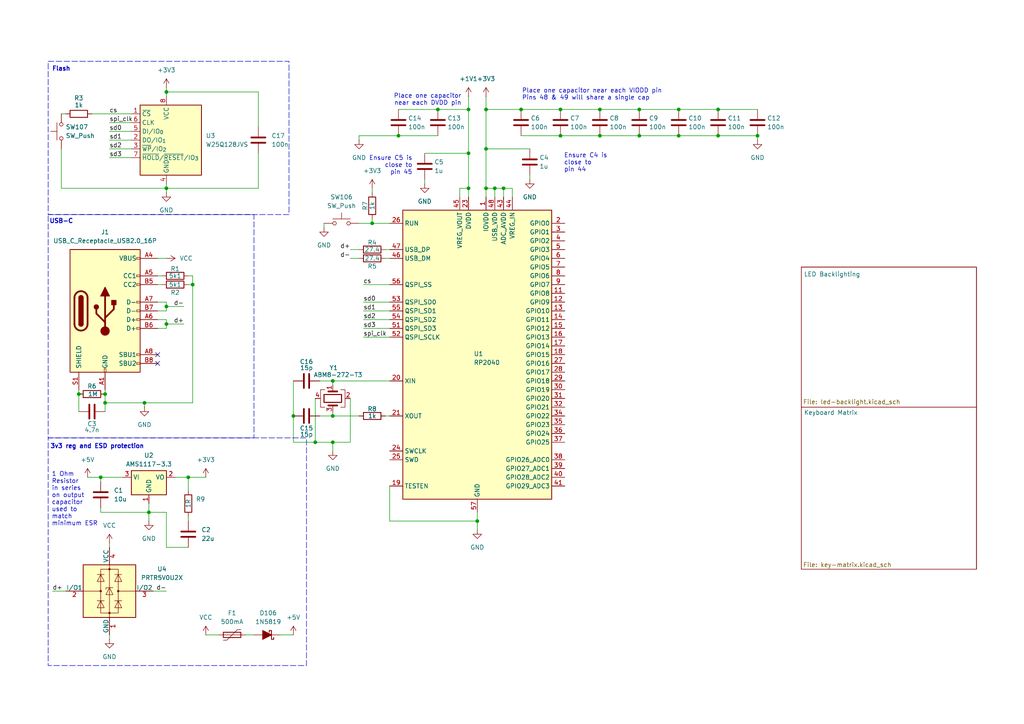
<source format=kicad_sch>
(kicad_sch (version 20250114) (generator "eeschema") (generator_version "9.0")
  (paper "A4")
  (lib_symbols
    (symbol "Connector:USB_C_Receptacle_USB2.0_16P" (pin_names (offset 1.016))
      (property "Reference" "J" (at 0 22.225 0))
      (property "Value" "USB_C_Receptacle_USB2.0_16P" (at 0 19.685 0))
      (symbol "USB_C_Receptacle_USB2.0_16P_0_0"
        (rectangle (start -0.254 -17.78) (end 0.254 -16.764))
        (rectangle (start 10.16 15.494) (end 9.144 14.986))
        (rectangle (start 10.16 10.414) (end 9.144 9.906))
        (rectangle (start 10.16 7.874) (end 9.144 7.366))
        (rectangle (start 10.16 2.794) (end 9.144 2.286))
        (rectangle (start 10.16 0.254) (end 9.144 -0.254))
        (rectangle (start 10.16 -2.286) (end 9.144 -2.794))
        (rectangle (start 10.16 -4.826) (end 9.144 -5.334))
        (rectangle (start 10.16 -12.446) (end 9.144 -12.954))
        (rectangle (start 10.16 -14.986) (end 9.144 -15.494))
      )
      (symbol "USB_C_Receptacle_USB2.0_16P_0_1"
        (rectangle (start -10.16 17.78) (end 10.16 -17.78) (stroke (width 0.254)) (fill (type background)))
        (polyline (pts (xy -8.89 -3.81) (xy -8.89 3.81)) (stroke (width 0.508)))
        (rectangle (start -7.62 -3.81) (end -6.35 3.81) (stroke (width 0.254)) (fill (type outline)))
        (arc (start -7.62 3.81) (mid -6.985 4.4423) (end -6.35 3.81) (stroke (width 0.254)))
        (arc (start -7.62 3.81) (mid -6.985 4.4423) (end -6.35 3.81) (stroke (width 0.254)) (fill (type outline)))
        (arc (start -8.89 3.81) (mid -6.985 5.7067) (end -5.08 3.81) (stroke (width 0.508)))
        (arc (start -5.08 -3.81) (mid -6.985 -5.7067) (end -8.89 -3.81) (stroke (width 0.508)))
        (arc (start -6.35 -3.81) (mid -6.985 -4.4423) (end -7.62 -3.81) (stroke (width 0.254)))
        (arc (start -6.35 -3.81) (mid -6.985 -4.4423) (end -7.62 -3.81) (stroke (width 0.254)) (fill (type outline)))
        (polyline (pts (xy -5.08 3.81) (xy -5.08 -3.81)) (stroke (width 0.508)))
        (circle (center -2.54 1.143) (radius 0.635) (stroke (width 0.254)) (fill (type outline)))
        (polyline (pts (xy -1.27 4.318) (xy 0 6.858) (xy 1.27 4.318) (xy -1.27 4.318)) (stroke (width 0.254)) (fill (type outline)))
        (polyline (pts (xy 0 -2.032) (xy 2.54 0.508) (xy 2.54 1.778)) (stroke (width 0.508)))
        (polyline (pts (xy 0 -3.302) (xy -2.54 -0.762) (xy -2.54 0.508)) (stroke (width 0.508)))
        (polyline (pts (xy 0 -5.842) (xy 0 4.318)) (stroke (width 0.508)))
        (circle (center 0 -5.842) (radius 1.27) (fill (type outline)))
        (rectangle (start 1.905 1.778) (end 3.175 3.048) (stroke (width 0.254)) (fill (type outline)))
      )
      (symbol "USB_C_Receptacle_USB2.0_16P_1_1"
        (pin passive line (at -7.62 -22.86 90) (length 5.08) (name "SHIELD") (number "S1"))
        (pin passive line (at 0 -22.86 90) (length 5.08) (name "GND") (number "A1"))
        (pin passive line (at 0 -22.86 90) (length 5.08) (hide yes) (name "GND") (number "A12"))
        (pin passive line (at 0 -22.86 90) (length 5.08) (hide yes) (name "GND") (number "B1"))
        (pin passive line (at 0 -22.86 90) (length 5.08) (hide yes) (name "GND") (number "B12"))
        (pin passive line (at 15.24 15.24 180) (length 5.08) (name "VBUS") (number "A4"))
        (pin passive line (at 15.24 15.24 180) (length 5.08) (hide yes) (name "VBUS") (number "A9"))
        (pin passive line (at 15.24 15.24 180) (length 5.08) (hide yes) (name "VBUS") (number "B4"))
        (pin passive line (at 15.24 15.24 180) (length 5.08) (hide yes) (name "VBUS") (number "B9"))
        (pin bidirectional line (at 15.24 10.16 180) (length 5.08) (name "CC1") (number "A5"))
        (pin bidirectional line (at 15.24 7.62 180) (length 5.08) (name "CC2") (number "B5"))
        (pin bidirectional line (at 15.24 2.54 180) (length 5.08) (name "D-") (number "A7"))
        (pin bidirectional line (at 15.24 0 180) (length 5.08) (name "D-") (number "B7"))
        (pin bidirectional line (at 15.24 -2.54 180) (length 5.08) (name "D+") (number "A6"))
        (pin bidirectional line (at 15.24 -5.08 180) (length 5.08) (name "D+") (number "B6"))
        (pin bidirectional line (at 15.24 -12.7 180) (length 5.08) (name "SBU1") (number "A8"))
        (pin bidirectional line (at 15.24 -15.24 180) (length 5.08) (name "SBU2") (number "B8"))
      )
    )
    (symbol "Device:C" (pin_numbers (hide yes)) (pin_names (offset 0.254))
      (property "Reference" "C" (at 0.635 2.54 0))
      (property "Value" "C" (at 0.635 -2.54 0))
      (symbol "C_0_1"
        (polyline (pts (xy -2.032 0.762) (xy 2.032 0.762)) (stroke (width 0.508)))
        (polyline (pts (xy -2.032 -0.762) (xy 2.032 -0.762)) (stroke (width 0.508)))
      )
      (symbol "C_1_1"
        (pin passive line (at 0 3.81 270) (length 2.794) (name "~") (number "1"))
        (pin passive line (at 0 -3.81 90) (length 2.794) (name "~") (number "2"))
      )
    )
    (symbol "Device:Crystal_GND24" (pin_names (offset 1.016) (hide yes))
      (property "Reference" "Y" (at 3.175 5.08 0))
      (property "Value" "Crystal_GND24" (at 3.175 3.175 0))
      (symbol "Crystal_GND24_0_1"
        (polyline (pts (xy -2.54 2.286) (xy -2.54 3.556) (xy 2.54 3.556) (xy 2.54 2.286)))
        (polyline (pts (xy -2.54 0) (xy -2.032 0)))
        (polyline (pts (xy -2.54 -2.286) (xy -2.54 -3.556) (xy 2.54 -3.556) (xy 2.54 -2.286)))
        (polyline (pts (xy -2.032 -1.27) (xy -2.032 1.27)) (stroke (width 0.508)))
        (rectangle (start -1.143 2.54) (end 1.143 -2.54) (stroke (width 0.3048)))
        (polyline (pts (xy 0 3.556) (xy 0 3.81)))
        (polyline (pts (xy 0 -3.81) (xy 0 -3.556)))
        (polyline (pts (xy 2.032 0) (xy 2.54 0)))
        (polyline (pts (xy 2.032 -1.27) (xy 2.032 1.27)) (stroke (width 0.508)))
      )
      (symbol "Crystal_GND24_1_1"
        (pin passive line (at -3.81 0 0) (length 1.27) (name "1") (number "1"))
        (pin passive line (at 0 5.08 270) (length 1.27) (name "2") (number "2"))
        (pin passive line (at 0 -5.08 90) (length 1.27) (name "4") (number "4"))
        (pin passive line (at 3.81 0 180) (length 1.27) (name "3") (number "3"))
      )
    )
    (symbol "Device:Polyfuse" (pin_numbers (hide yes)) (pin_names (offset 0))
      (property "Reference" "F" (at -2.54 0 90))
      (property "Value" "Polyfuse" (at 2.54 0 90))
      (symbol "Polyfuse_0_1"
        (polyline (pts (xy -1.524 2.54) (xy -1.524 1.524) (xy 1.524 -1.524) (xy 1.524 -2.54)))
        (rectangle (start -0.762 2.54) (end 0.762 -2.54) (stroke (width 0.254)))
        (polyline (pts (xy 0 2.54) (xy 0 -2.54)))
      )
      (symbol "Polyfuse_1_1"
        (pin passive line (at 0 3.81 270) (length 1.27) (name "~") (number "1"))
        (pin passive line (at 0 -3.81 90) (length 1.27) (name "~") (number "2"))
      )
    )
    (symbol "Device:R" (pin_numbers (hide yes)) (pin_names (offset 0))
      (property "Reference" "R" (at 2.032 0 90))
      (property "Value" "R" (at 0 0 90))
      (symbol "R_0_1"
        (rectangle (start -1.016 -2.54) (end 1.016 2.54) (stroke (width 0.254)))
      )
      (symbol "R_1_1"
        (pin passive line (at 0 3.81 270) (length 1.27) (name "~") (number "1"))
        (pin passive line (at 0 -3.81 90) (length 1.27) (name "~") (number "2"))
      )
    )
    (symbol "MCU_RaspberryPi:RP2040"
      (property "Reference" "U" (at 17.78 45.72 0))
      (property "Value" "RP2040" (at 17.78 43.18 0))
      (symbol "RP2040_0_1"
        (rectangle (start -21.59 41.91) (end 21.59 -41.91) (stroke (width 0.254)) (fill (type background)))
      )
      (symbol "RP2040_1_1"
        (pin input line (at -25.4 38.1 0) (length 3.81) (name "RUN") (number "26"))
        (pin bidirectional line (at -25.4 30.48 0) (length 3.81) (name "USB_DP") (number "47"))
        (pin bidirectional line (at -25.4 27.94 0) (length 3.81) (name "USB_DM") (number "46"))
        (pin bidirectional line (at -25.4 20.32 0) (length 3.81) (name "QSPI_SS") (number "56"))
        (pin bidirectional line (at -25.4 15.24 0) (length 3.81) (name "QSPI_SD0") (number "53"))
        (pin bidirectional line (at -25.4 12.7 0) (length 3.81) (name "QSPI_SD1") (number "55"))
        (pin bidirectional line (at -25.4 10.16 0) (length 3.81) (name "QSPI_SD2") (number "54"))
        (pin bidirectional line (at -25.4 7.62 0) (length 3.81) (name "QSPI_SD3") (number "51"))
        (pin output line (at -25.4 5.08 0) (length 3.81) (name "QSPI_SCLK") (number "52"))
        (pin input line (at -25.4 -7.62 0) (length 3.81) (name "XIN") (number "20"))
        (pin passive line (at -25.4 -17.78 0) (length 3.81) (name "XOUT") (number "21"))
        (pin input line (at -25.4 -27.94 0) (length 3.81) (name "SWCLK") (number "24"))
        (pin bidirectional line (at -25.4 -30.48 0) (length 3.81) (name "SWD") (number "25"))
        (pin input line (at -25.4 -38.1 0) (length 3.81) (name "TESTEN") (number "19"))
        (pin power_out line (at -5.08 45.72 270) (length 3.81) (name "VREG_VOUT") (number "45"))
        (pin power_in line (at -2.54 45.72 270) (length 3.81) (name "DVDD") (number "23"))
        (pin passive line (at -2.54 45.72 270) (length 3.81) (hide yes) (name "DVDD") (number "50"))
        (pin power_in line (at 0 -45.72 90) (length 3.81) (name "GND") (number "57"))
        (pin power_in line (at 2.54 45.72 270) (length 3.81) (name "IOVDD") (number "1"))
        (pin passive line (at 2.54 45.72 270) (length 3.81) (hide yes) (name "IOVDD") (number "10"))
        (pin passive line (at 2.54 45.72 270) (length 3.81) (hide yes) (name "IOVDD") (number "22"))
        (pin passive line (at 2.54 45.72 270) (length 3.81) (hide yes) (name "IOVDD") (number "33"))
        (pin passive line (at 2.54 45.72 270) (length 3.81) (hide yes) (name "IOVDD") (number "42"))
        (pin passive line (at 2.54 45.72 270) (length 3.81) (hide yes) (name "IOVDD") (number "49"))
        (pin power_in line (at 5.08 45.72 270) (length 3.81) (name "USB_VDD") (number "48"))
        (pin power_in line (at 7.62 45.72 270) (length 3.81) (name "ADC_AVDD") (number "43"))
        (pin power_in line (at 10.16 45.72 270) (length 3.81) (name "VREG_IN") (number "44"))
        (pin bidirectional line (at 25.4 38.1 180) (length 3.81) (name "GPIO0") (number "2"))
        (pin bidirectional line (at 25.4 35.56 180) (length 3.81) (name "GPIO1") (number "3"))
        (pin bidirectional line (at 25.4 33.02 180) (length 3.81) (name "GPIO2") (number "4"))
        (pin bidirectional line (at 25.4 30.48 180) (length 3.81) (name "GPIO3") (number "5"))
        (pin bidirectional line (at 25.4 27.94 180) (length 3.81) (name "GPIO4") (number "6"))
        (pin bidirectional line (at 25.4 25.4 180) (length 3.81) (name "GPIO5") (number "7"))
        (pin bidirectional line (at 25.4 22.86 180) (length 3.81) (name "GPIO6") (number "8"))
        (pin bidirectional line (at 25.4 20.32 180) (length 3.81) (name "GPIO7") (number "9"))
        (pin bidirectional line (at 25.4 17.78 180) (length 3.81) (name "GPIO8") (number "11"))
        (pin bidirectional line (at 25.4 15.24 180) (length 3.81) (name "GPIO9") (number "12"))
        (pin bidirectional line (at 25.4 12.7 180) (length 3.81) (name "GPIO10") (number "13"))
        (pin bidirectional line (at 25.4 10.16 180) (length 3.81) (name "GPIO11") (number "14"))
        (pin bidirectional line (at 25.4 7.62 180) (length 3.81) (name "GPIO12") (number "15"))
        (pin bidirectional line (at 25.4 5.08 180) (length 3.81) (name "GPIO13") (number "16"))
        (pin bidirectional line (at 25.4 2.54 180) (length 3.81) (name "GPIO14") (number "17"))
        (pin bidirectional line (at 25.4 0 180) (length 3.81) (name "GPIO15") (number "18"))
        (pin bidirectional line (at 25.4 -2.54 180) (length 3.81) (name "GPIO16") (number "27"))
        (pin bidirectional line (at 25.4 -5.08 180) (length 3.81) (name "GPIO17") (number "28"))
        (pin bidirectional line (at 25.4 -7.62 180) (length 3.81) (name "GPIO18") (number "29"))
        (pin bidirectional line (at 25.4 -10.16 180) (length 3.81) (name "GPIO19") (number "30"))
        (pin bidirectional line (at 25.4 -12.7 180) (length 3.81) (name "GPIO20") (number "31"))
        (pin bidirectional line (at 25.4 -15.24 180) (length 3.81) (name "GPIO21") (number "32"))
        (pin bidirectional line (at 25.4 -17.78 180) (length 3.81) (name "GPIO22") (number "34"))
        (pin bidirectional line (at 25.4 -20.32 180) (length 3.81) (name "GPIO23") (number "35"))
        (pin bidirectional line (at 25.4 -22.86 180) (length 3.81) (name "GPIO24") (number "36"))
        (pin bidirectional line (at 25.4 -25.4 180) (length 3.81) (name "GPIO25") (number "37"))
        (pin bidirectional line (at 25.4 -30.48 180) (length 3.81) (name "GPIO26_ADC0") (number "38"))
        (pin bidirectional line (at 25.4 -33.02 180) (length 3.81) (name "GPIO27_ADC1") (number "39"))
        (pin bidirectional line (at 25.4 -35.56 180) (length 3.81) (name "GPIO28_ADC2") (number "40"))
        (pin bidirectional line (at 25.4 -38.1 180) (length 3.81) (name "GPIO29_ADC3") (number "41"))
      )
    )
    (symbol "Memory_Flash:W25Q128JVS"
      (property "Reference" "U" (at -6.35 11.43 0))
      (property "Value" "W25Q128JVS" (at 7.62 11.43 0))
      (symbol "W25Q128JVS_0_1"
        (rectangle (start -7.62 10.16) (end 10.16 -10.16) (stroke (width 0.254)) (fill (type background)))
      )
      (symbol "W25Q128JVS_1_1"
        (pin input line (at -10.16 7.62 0) (length 2.54) (name "~{CS}") (number "1"))
        (pin input line (at -10.16 5.08 0) (length 2.54) (name "CLK") (number "6"))
        (pin bidirectional line (at -10.16 2.54 0) (length 2.54) (name "DI/IO_{0}") (number "5"))
        (pin bidirectional line (at -10.16 0 0) (length 2.54) (name "DO/IO_{1}") (number "2"))
        (pin bidirectional line (at -10.16 -2.54 0) (length 2.54) (name "~{WP}/IO_{2}") (number "3"))
        (pin bidirectional line (at -10.16 -5.08 0) (length 2.54) (name "~{HOLD}/~{RESET}/IO_{3}") (number "7"))
        (pin power_in line (at 0 12.7 270) (length 2.54) (name "VCC") (number "8"))
        (pin power_in line (at 0 -12.7 90) (length 2.54) (name "GND") (number "4"))
      )
    )
    (symbol "PCM_Diode_Schottky_AKL:D_Schottky_Generic" (pin_numbers (hide yes)) (pin_names (offset 1.016) (hide yes))
      (property "Reference" "D" (at 0 7.62 0))
      (property "Value" "D_Schottky_Generic" (at 0 5.08 0))
      (symbol "D_Schottky_Generic_0_1"
        (polyline (pts (xy -1.27 0) (xy 1.27 0)))
        (polyline (pts (xy -1.27 -1.27) (xy -1.27 1.27) (xy 1.27 0) (xy -1.27 -1.27)) (stroke (width 0.254)) (fill (type outline)))
        (polyline (pts (xy 1.905 -0.762) (xy 1.905 -1.27) (xy 1.27 -1.27) (xy 1.27 1.27) (xy 0.635 1.27) (xy 0.635 0.762)) (stroke (width 0.254)))
      )
      (symbol "D_Schottky_Generic_0_2"
        (polyline (pts (xy -2.54 -2.54) (xy 2.54 2.54)))
        (polyline (pts (xy -0.889 -0.889) (xy -1.778 0) (xy 0.889 0.889) (xy 0 -1.778) (xy -0.889 -0.889)) (stroke (width 0.254)) (fill (type outline)))
        (polyline (pts (xy 0 1.778) (xy 1.778 0)) (stroke (width 0.254)))
        (polyline (pts (xy 0 1.778) (xy -0.381 1.397) (xy 0 1.016)) (stroke (width 0.254)))
        (polyline (pts (xy 1.778 0) (xy 2.159 0.381) (xy 1.778 0.762)) (stroke (width 0.254)))
      )
      (symbol "D_Schottky_Generic_1_1"
        (pin passive line (at -3.81 0 0) (length 2.54) (name "A") (number "2"))
        (pin passive line (at 3.81 0 180) (length 2.54) (name "K") (number "1"))
      )
      (symbol "D_Schottky_Generic_1_2"
        (pin passive line (at -2.54 -2.54 0) (length 0) (name "A") (number "2"))
        (pin passive line (at 2.54 2.54 180) (length 0) (name "K") (number "1"))
      )
    )
    (symbol "Power_Protection:PRTR5V0U2X" (pin_names (offset 0))
      (property "Reference" "D" (at 2.794 8.636 0))
      (property "Value" "PRTR5V0U2X" (at 8.128 -9.398 0))
      (symbol "PRTR5V0U2X_0_1"
        (rectangle (start -7.62 -7.62) (end 7.62 7.62) (stroke (width 0.254)) (fill (type background)))
        (polyline (pts (xy -3.556 2.794) (xy -1.524 2.794) (xy -2.54 4.826) (xy -3.556 2.794)))
        (polyline (pts (xy -3.556 -4.826) (xy -1.524 -4.826) (xy -2.54 -2.794) (xy -3.556 -4.826)))
        (rectangle (start -2.54 6.35) (end 2.54 -6.35))
        (circle (center -2.54 0) (radius 0.254) (fill (type outline)))
        (polyline (pts (xy -2.54 0) (xy -7.62 0)))
        (polyline (pts (xy -1.524 4.826) (xy -3.556 4.826)))
        (polyline (pts (xy -1.524 -2.794) (xy -3.556 -2.794)))
        (polyline (pts (xy -1.016 -1.016) (xy 1.016 -1.016) (xy 0 1.016) (xy -1.016 -1.016)))
        (circle (center 0 6.35) (radius 0.254) (fill (type outline)))
        (circle (center 0 -6.35) (radius 0.254) (fill (type outline)))
        (polyline (pts (xy 0 -7.62) (xy 0 7.62)))
        (polyline (pts (xy 1.016 1.016) (xy -1.016 1.016) (xy -1.016 0.508)))
        (polyline (pts (xy 1.524 4.826) (xy 3.556 4.826)))
        (polyline (pts (xy 1.524 -2.794) (xy 3.556 -2.794)))
        (polyline (pts (xy 2.54 0) (xy 7.62 0)))
        (circle (center 2.54 0) (radius 0.254) (fill (type outline)))
        (polyline (pts (xy 3.556 2.794) (xy 1.524 2.794) (xy 2.54 4.826) (xy 3.556 2.794)))
        (polyline (pts (xy 3.556 -4.826) (xy 1.524 -4.826) (xy 2.54 -2.794) (xy 3.556 -4.826)))
      )
      (symbol "PRTR5V0U2X_1_1"
        (pin passive line (at -12.7 0 0) (length 5.08) (name "I/O1") (number "2"))
        (pin passive line (at 0 12.7 270) (length 5.08) (name "VCC") (number "4"))
        (pin passive line (at 0 -12.7 90) (length 5.08) (name "GND") (number "1"))
        (pin passive line (at 12.7 0 180) (length 5.08) (name "I/O2") (number "3"))
      )
    )
    (symbol "Regulator_Linear:AMS1117-3.3"
      (property "Reference" "U" (at -3.81 3.175 0))
      (property "Value" "AMS1117-3.3" (at 0 3.175 0))
      (symbol "AMS1117-3.3_0_1"
        (rectangle (start -5.08 -5.08) (end 5.08 1.905) (stroke (width 0.254)) (fill (type background)))
      )
      (symbol "AMS1117-3.3_1_1"
        (pin power_in line (at -7.62 0 0) (length 2.54) (name "VI") (number "3"))
        (pin power_in line (at 0 -7.62 90) (length 2.54) (name "GND") (number "1"))
        (pin power_out line (at 7.62 0 180) (length 2.54) (name "VO") (number "2"))
      )
    )
    (symbol "Switch:SW_Push" (pin_numbers (hide yes)) (pin_names (offset 1.016) (hide yes))
      (property "Reference" "SW" (at 1.27 2.54 0))
      (property "Value" "SW_Push" (at 0 -1.524 0))
      (symbol "SW_Push_0_1"
        (circle (center -2.032 0) (radius 0.508))
        (polyline (pts (xy 0 1.27) (xy 0 3.048)))
        (circle (center 2.032 0) (radius 0.508))
        (polyline (pts (xy 2.54 1.27) (xy -2.54 1.27)))
        (pin passive line (at -5.08 0 0) (length 2.54) (name "1") (number "1"))
        (pin passive line (at 5.08 0 180) (length 2.54) (name "2") (number "2"))
      )
    )
    (symbol "power:+1V1" (power) (pin_numbers (hide yes)) (pin_names (offset 0) (hide yes))
      (property "Value" "+1V1" (at 0 3.556 0))
      (symbol "+1V1_0_1"
        (polyline (pts (xy -0.762 1.27) (xy 0 2.54)))
        (polyline (pts (xy 0 2.54) (xy 0.762 1.27)))
        (polyline (pts (xy 0 0) (xy 0 2.54)))
      )
      (symbol "+1V1_1_1"
        (pin power_in line (at 0 0 90) (length 0) (name "~") (number "1"))
      )
    )
    (symbol "power:+3V3" (power) (pin_numbers (hide yes)) (pin_names (offset 0) (hide yes))
      (property "Value" "+3V3" (at 0 3.556 0))
      (symbol "+3V3_0_1"
        (polyline (pts (xy -0.762 1.27) (xy 0 2.54)))
        (polyline (pts (xy 0 2.54) (xy 0.762 1.27)))
        (polyline (pts (xy 0 0) (xy 0 2.54)))
      )
      (symbol "+3V3_1_1"
        (pin power_in line (at 0 0 90) (length 0) (name "~") (number "1"))
      )
    )
    (symbol "power:+5V" (power) (pin_numbers (hide yes)) (pin_names (offset 0) (hide yes))
      (property "Value" "+5V" (at 0 3.556 0))
      (symbol "+5V_0_1"
        (polyline (pts (xy -0.762 1.27) (xy 0 2.54)))
        (polyline (pts (xy 0 2.54) (xy 0.762 1.27)))
        (polyline (pts (xy 0 0) (xy 0 2.54)))
      )
      (symbol "+5V_1_1"
        (pin power_in line (at 0 0 90) (length 0) (name "~") (number "1"))
      )
    )
    (symbol "power:GND" (power) (pin_numbers (hide yes)) (pin_names (offset 0) (hide yes))
      (property "Value" "GND" (at 0 -3.81 0))
      (symbol "GND_0_1"
        (polyline (pts (xy 0 0) (xy 0 -1.27) (xy 1.27 -1.27) (xy 0 -2.54) (xy -1.27 -1.27) (xy 0 -1.27)))
      )
      (symbol "GND_1_1"
        (pin power_in line (at 0 0 270) (length 0) (name "~") (number "1"))
      )
    )
    (symbol "power:VCC" (power) (pin_numbers (hide yes)) (pin_names (offset 0) (hide yes))
      (property "Value" "VCC" (at 0 3.556 0))
      (symbol "VCC_0_1"
        (polyline (pts (xy -0.762 1.27) (xy 0 2.54)))
        (polyline (pts (xy 0 2.54) (xy 0.762 1.27)))
        (polyline (pts (xy 0 0) (xy 0 2.54)))
      )
      (symbol "VCC_1_1"
        (pin power_in line (at 0 0 90) (length 0) (name "~") (number "1"))
      )
    )
  )
  (rectangle (start 13.97 62.23) (end 73.66 127) (stroke (width 0) (type dash)))
  (rectangle (start 13.97 127) (end 88.9 193.04) (stroke (width 0) (type dash)))
  (rectangle (start 13.97 17.78) (end 83.82 62.23) (stroke (width 0) (type dash)))
  (text "Place one capacitor\nnear each DVDD pin" (at 133.858 28.956 0) (effects (font (size 1.27 1.27)) (justify right)))
  (text "USB-C" (at 17.78 64.262 0) (effects (font (size 1.27 1.27) (thickness 0.254) (bold yes))))
  (text "3v3 reg and ESD protection" (at 28.194 129.54 0) (effects (font (size 1.27 1.27) (thickness 0.254) (bold yes))))
  (text "1 Ohm\nResistor\nin series\non output\ncapacitor \nused to \nmatch \nminimum ESR\n" (at 14.986 144.78 0) (effects (font (size 1.27 1.27)) (justify left)))
  (text "Flash" (at 17.78 20.066 0) (effects (font (size 1.27 1.27) (thickness 0.254) (bold yes))))
  (text "Place one capacitor near each VIODD pin\nPins 48 & 49 will share a single cap" (at 151.384 27.432 0) (effects (font (size 1.27 1.27)) (justify left)))
  (text "Ensure C5 is\nclose to\npin 45" (at 119.634 48.006 0) (effects (font (size 1.27 1.27)) (justify right)))
  (text "Ensure C4 is \nclose to \npin 44" (at 163.576 47.244 0) (effects (font (size 1.27 1.27)) (justify left)))
  (junction (at 48.26 26.67))
  (junction (at 140.97 54.61))
  (junction (at 107.95 64.77))
  (junction (at 43.18 148.59))
  (junction (at 96.52 120.65))
  (junction (at 115.57 39.37))
  (junction (at 162.56 31.75))
  (junction (at 55.88 82.55))
  (junction (at 48.26 88.9))
  (junction (at 208.28 31.75))
  (junction (at 173.99 39.37))
  (junction (at 185.42 39.37))
  (junction (at 162.56 39.37))
  (junction (at 143.51 54.61))
  (junction (at 219.71 39.37))
  (junction (at 151.13 31.75))
  (junction (at 146.05 54.61))
  (junction (at 138.43 151.13))
  (junction (at 96.52 128.27))
  (junction (at 196.85 39.37))
  (junction (at 196.85 31.75))
  (junction (at 41.91 116.84))
  (junction (at 185.42 31.75))
  (junction (at 173.99 31.75))
  (junction (at 29.21 138.43))
  (junction (at 127 31.75))
  (junction (at 135.89 31.75))
  (junction (at 48.26 54.61))
  (junction (at 54.61 138.43))
  (junction (at 135.89 44.45))
  (junction (at 30.48 116.84))
  (junction (at 22.86 114.3))
  (junction (at 208.28 39.37))
  (junction (at 140.97 31.75))
  (junction (at 140.97 43.18))
  (junction (at 85.09 120.65))
  (junction (at 48.26 93.98))
  (junction (at 30.48 114.3))
  (junction (at 96.52 110.49))
  (junction (at 135.89 54.61))
  (junction (at 91.44 128.27))
  (no_connect (at 45.72 105.41))
  (no_connect (at 45.72 102.87))
  (wire (pts (xy 54.61 138.43) (xy 59.69 138.43)))
  (wire (pts (xy 93.98 66.04) (xy 93.98 64.77)))
  (wire (pts (xy 219.71 39.37) (xy 219.71 40.64)))
  (wire (pts (xy 135.89 31.75) (xy 135.89 44.45)))
  (wire (pts (xy 41.91 116.84) (xy 41.91 118.11)))
  (wire (pts (xy 105.41 82.55) (xy 113.03 82.55)))
  (wire (pts (xy 173.99 39.37) (xy 185.42 39.37)))
  (wire (pts (xy 45.72 74.93) (xy 48.26 74.93)))
  (wire (pts (xy 25.4 138.43) (xy 29.21 138.43)))
  (wire (pts (xy 85.09 128.27) (xy 91.44 128.27)))
  (wire (pts (xy 71.12 184.15) (xy 73.66 184.15)))
  (wire (pts (xy 31.75 45.72) (xy 38.1 45.72)))
  (wire (pts (xy 101.6 72.39) (xy 104.14 72.39)))
  (wire (pts (xy 101.6 128.27) (xy 101.6 115.57)))
  (wire (pts (xy 138.43 151.13) (xy 138.43 153.67)))
  (wire (pts (xy 74.93 54.61) (xy 48.26 54.61)))
  (wire (pts (xy 196.85 31.75) (xy 208.28 31.75)))
  (wire (pts (xy 22.86 114.3) (xy 24.13 114.3)))
  (wire (pts (xy 140.97 54.61) (xy 140.97 57.15)))
  (wire (pts (xy 135.89 44.45) (xy 135.89 54.61)))
  (wire (pts (xy 48.26 92.71) (xy 48.26 93.98)))
  (wire (pts (xy 30.48 116.84) (xy 30.48 119.38)))
  (wire (pts (xy 105.41 95.25) (xy 113.03 95.25)))
  (wire (pts (xy 54.61 138.43) (xy 54.61 142.24)))
  (wire (pts (xy 31.75 157.48) (xy 31.75 158.75)))
  (wire (pts (xy 45.72 82.55) (xy 46.99 82.55)))
  (wire (pts (xy 140.97 27.94) (xy 140.97 31.75)))
  (wire (pts (xy 101.6 74.93) (xy 104.14 74.93)))
  (wire (pts (xy 53.34 93.98) (xy 48.26 93.98)))
  (wire (pts (xy 91.44 128.27) (xy 96.52 128.27)))
  (wire (pts (xy 105.41 90.17) (xy 113.03 90.17)))
  (wire (pts (xy 30.48 116.84) (xy 30.48 114.3)))
  (wire (pts (xy 45.72 80.01) (xy 46.99 80.01)))
  (wire (pts (xy 81.28 184.15) (xy 85.09 184.15)))
  (wire (pts (xy 17.78 33.02) (xy 19.05 33.02)))
  (wire (pts (xy 48.26 158.75) (xy 48.26 148.59)))
  (wire (pts (xy 54.61 82.55) (xy 55.88 82.55)))
  (wire (pts (xy 43.18 146.05) (xy 43.18 148.59)))
  (wire (pts (xy 48.26 92.71) (xy 45.72 92.71)))
  (wire (pts (xy 115.57 31.75) (xy 127 31.75)))
  (wire (pts (xy 127 31.75) (xy 135.89 31.75)))
  (wire (pts (xy 74.93 26.67) (xy 74.93 36.83)))
  (wire (pts (xy 17.78 43.18) (xy 17.78 54.61)))
  (wire (pts (xy 107.95 54.61) (xy 107.95 55.88)))
  (wire (pts (xy 54.61 138.43) (xy 50.8 138.43)))
  (wire (pts (xy 96.52 128.27) (xy 96.52 130.81)))
  (wire (pts (xy 135.89 57.15) (xy 135.89 54.61)))
  (wire (pts (xy 45.72 95.25) (xy 48.26 95.25)))
  (wire (pts (xy 30.48 113.03) (xy 30.48 114.3)))
  (wire (pts (xy 29.21 148.59) (xy 29.21 147.32)))
  (wire (pts (xy 185.42 39.37) (xy 196.85 39.37)))
  (wire (pts (xy 48.26 93.98) (xy 48.26 95.25)))
  (wire (pts (xy 111.76 74.93) (xy 113.03 74.93)))
  (wire (pts (xy 48.26 90.17) (xy 45.72 90.17)))
  (wire (pts (xy 162.56 39.37) (xy 173.99 39.37)))
  (wire (pts (xy 54.61 149.86) (xy 54.61 151.13)))
  (wire (pts (xy 55.88 80.01) (xy 55.88 82.55)))
  (wire (pts (xy 22.86 114.3) (xy 22.86 119.38)))
  (wire (pts (xy 113.03 151.13) (xy 138.43 151.13)))
  (wire (pts (xy 113.03 110.49) (xy 96.52 110.49)))
  (wire (pts (xy 74.93 44.45) (xy 74.93 54.61)))
  (wire (pts (xy 85.09 120.65) (xy 85.09 128.27)))
  (wire (pts (xy 107.95 63.5) (xy 107.95 64.77)))
  (wire (pts (xy 31.75 35.56) (xy 38.1 35.56)))
  (wire (pts (xy 185.42 31.75) (xy 196.85 31.75)))
  (wire (pts (xy 138.43 148.59) (xy 138.43 151.13)))
  (wire (pts (xy 54.61 158.75) (xy 48.26 158.75)))
  (wire (pts (xy 55.88 82.55) (xy 55.88 116.84)))
  (wire (pts (xy 107.95 64.77) (xy 113.03 64.77)))
  (wire (pts (xy 123.19 52.07) (xy 123.19 53.34)))
  (wire (pts (xy 143.51 54.61) (xy 140.97 54.61)))
  (wire (pts (xy 48.26 88.9) (xy 53.34 88.9)))
  (wire (pts (xy 26.67 33.02) (xy 38.1 33.02)))
  (wire (pts (xy 30.48 116.84) (xy 41.91 116.84)))
  (wire (pts (xy 140.97 43.18) (xy 140.97 54.61)))
  (wire (pts (xy 48.26 53.34) (xy 48.26 54.61)))
  (wire (pts (xy 143.51 57.15) (xy 143.51 54.61)))
  (wire (pts (xy 17.78 54.61) (xy 48.26 54.61)))
  (wire (pts (xy 135.89 27.94) (xy 135.89 31.75)))
  (wire (pts (xy 22.86 113.03) (xy 22.86 114.3)))
  (wire (pts (xy 113.03 140.97) (xy 113.03 151.13)))
  (wire (pts (xy 31.75 43.18) (xy 38.1 43.18)))
  (wire (pts (xy 96.52 110.49) (xy 96.52 111.76)))
  (wire (pts (xy 48.26 88.9) (xy 48.26 90.17)))
  (wire (pts (xy 92.71 120.65) (xy 96.52 120.65)))
  (wire (pts (xy 151.13 39.37) (xy 162.56 39.37)))
  (wire (pts (xy 105.41 97.79) (xy 113.03 97.79)))
  (wire (pts (xy 48.26 25.4) (xy 48.26 26.67)))
  (wire (pts (xy 111.76 72.39) (xy 113.03 72.39)))
  (wire (pts (xy 48.26 26.67) (xy 48.26 27.94)))
  (wire (pts (xy 31.75 40.64) (xy 38.1 40.64)))
  (wire (pts (xy 92.71 110.49) (xy 96.52 110.49)))
  (wire (pts (xy 151.13 31.75) (xy 162.56 31.75)))
  (wire (pts (xy 123.19 44.45) (xy 135.89 44.45)))
  (wire (pts (xy 31.75 38.1) (xy 38.1 38.1)))
  (wire (pts (xy 104.14 64.77) (xy 107.95 64.77)))
  (wire (pts (xy 162.56 31.75) (xy 173.99 31.75)))
  (wire (pts (xy 45.72 87.63) (xy 48.26 87.63)))
  (wire (pts (xy 31.75 184.15) (xy 31.75 185.42)))
  (wire (pts (xy 104.14 39.37) (xy 115.57 39.37)))
  (wire (pts (xy 208.28 39.37) (xy 219.71 39.37)))
  (wire (pts (xy 59.69 184.15) (xy 63.5 184.15)))
  (wire (pts (xy 140.97 31.75) (xy 140.97 43.18)))
  (wire (pts (xy 115.57 39.37) (xy 127 39.37)))
  (wire (pts (xy 15.24 171.45) (xy 19.05 171.45)))
  (wire (pts (xy 143.51 54.61) (xy 146.05 54.61)))
  (wire (pts (xy 208.28 31.75) (xy 219.71 31.75)))
  (wire (pts (xy 148.59 57.15) (xy 148.59 54.61)))
  (wire (pts (xy 48.26 148.59) (xy 43.18 148.59)))
  (wire (pts (xy 48.26 87.63) (xy 48.26 88.9)))
  (wire (pts (xy 44.45 171.45) (xy 48.26 171.45)))
  (wire (pts (xy 96.52 128.27) (xy 101.6 128.27)))
  (wire (pts (xy 29.21 138.43) (xy 35.56 138.43)))
  (wire (pts (xy 135.89 54.61) (xy 133.35 54.61)))
  (wire (pts (xy 113.03 120.65) (xy 111.76 120.65)))
  (wire (pts (xy 104.14 40.64) (xy 104.14 39.37)))
  (wire (pts (xy 133.35 54.61) (xy 133.35 57.15)))
  (wire (pts (xy 105.41 92.71) (xy 113.03 92.71)))
  (wire (pts (xy 91.44 115.57) (xy 91.44 128.27)))
  (wire (pts (xy 29.21 148.59) (xy 43.18 148.59)))
  (wire (pts (xy 85.09 110.49) (xy 85.09 120.65)))
  (wire (pts (xy 148.59 54.61) (xy 146.05 54.61)))
  (wire (pts (xy 96.52 120.65) (xy 96.52 119.38)))
  (wire (pts (xy 104.14 120.65) (xy 96.52 120.65)))
  (wire (pts (xy 48.26 54.61) (xy 48.26 55.88)))
  (wire (pts (xy 54.61 80.01) (xy 55.88 80.01)))
  (wire (pts (xy 105.41 87.63) (xy 113.03 87.63)))
  (wire (pts (xy 29.21 139.7) (xy 29.21 138.43)))
  (wire (pts (xy 48.26 26.67) (xy 74.93 26.67)))
  (wire (pts (xy 140.97 31.75) (xy 151.13 31.75)))
  (wire (pts (xy 43.18 148.59) (xy 43.18 151.13)))
  (wire (pts (xy 196.85 39.37) (xy 208.28 39.37)))
  (wire (pts (xy 153.67 52.07) (xy 153.67 50.8)))
  (wire (pts (xy 146.05 57.15) (xy 146.05 54.61)))
  (wire (pts (xy 140.97 43.18) (xy 153.67 43.18)))
  (wire (pts (xy 173.99 31.75) (xy 185.42 31.75)))
  (wire (pts (xy 55.88 116.84) (xy 41.91 116.84)))
  (label "cs" (at 31.75 33.02 0))
  (label "cs" (at 105.41 82.55 0))
  (label "d-" (at 53.34 88.9 180))
  (label "sd2" (at 105.41 92.71 0))
  (label "spi_clk" (at 105.41 97.79 0))
  (label "sd1" (at 31.75 40.64 0))
  (label "sd1" (at 105.41 90.17 0))
  (label "sd0" (at 31.75 38.1 0))
  (label "d+" (at 101.6 72.39 180))
  (label "d+" (at 15.24 171.45 0))
  (label "d-" (at 101.6 74.93 180))
  (label "sd0" (at 105.41 87.63 0))
  (label "sd2" (at 31.75 43.18 0))
  (label "spi_clk" (at 31.75 35.56 0))
  (label "sd3" (at 31.75 45.72 0))
  (label "sd3" (at 105.41 95.25 0))
  (label "d-" (at 48.26 171.45 180))
  (label "d+" (at 53.34 93.98 180))
  (symbol (lib_id "power:+3V3") (at 59.69 138.43 0) (unit 1)
    (property "Reference" "#PWR08" (effects (hide yes)))
    (property "Value" "+3V3" (at 59.69 133.35 0))
    (property "Description" "Power symbol creates a global label with name \"+3V3\"" (effects (hide yes)))
  )
  (symbol (lib_id "power:+3V3") (at 48.26 25.4 0) (unit 1)
    (property "Reference" "#PWR01" (effects (hide yes)))
    (property "Value" "+3V3" (at 48.26 20.32 0))
    (property "Description" "Power symbol creates a global label with name \"+3V3\"" (effects (hide yes)))
  )
  (symbol (lib_id "power:GND") (at 48.26 55.88 0) (unit 1)
    (property "Reference" "#PWR02" (effects (hide yes)))
    (property "Value" "GND" (at 48.26 60.96 0))
    (property "Description" "Power symbol creates a global label with name \"GND\" , ground" (effects (hide yes)))
  )
  (symbol (lib_id "power:GND") (at 31.75 185.42 0) (unit 1)
    (property "Reference" "#PWR011" (effects (hide yes)))
    (property "Value" "GND" (at 31.75 190.5 0))
    (property "Description" "Power symbol creates a global label with name \"GND\" , ground" (effects (hide yes)))
  )
  (symbol (lib_id "power:GND") (at 96.52 130.81 0) (unit 1)
    (property "Reference" "#PWR016" (effects (hide yes)))
    (property "Value" "GND" (at 96.52 135.89 0))
    (property "Description" "Power symbol creates a global label with name \"GND\" , ground" (effects (hide yes)))
  )
  (symbol (lib_id "power:+3V3") (at 107.95 54.61 0) (unit 1)
    (property "Reference" "#PWR017" (effects (hide yes)))
    (property "Value" "+3V3" (at 107.95 49.53 0))
    (property "Description" "Power symbol creates a global label with name \"+3V3\"" (effects (hide yes)))
  )
  (symbol (lib_id "Device:R") (at 26.67 114.3 270) (unit 1)
    (property "Reference" "R6" (at 26.67 112.014 90))
    (property "Value" "1M" (at 26.924 114.3 90))
    (property "Footprint" "Resistor_SMD:R_0805_2012Metric" (effects (hide yes)))
    (property "Description" "Resistor" (effects (hide yes)))
  )
  (symbol (lib_id "Device:C") (at 151.13 35.56 0) (unit 1)
    (property "Reference" "C6" (at 153.924 34.29 0) (effects (justify left)))
    (property "Value" "100n" (at 153.924 36.83 0) (effects (justify left)))
    (property "Footprint" "Capacitor_SMD:C_0402_1005Metric_Pad0.74x0.62mm_HandSolder" (effects (hide yes)))
    (property "Description" "Unpolarized capacitor" (effects (hide yes)))
  )
  (symbol (lib_id "power:GND") (at 41.91 118.11 0) (unit 1)
    (property "Reference" "#PWR03" (effects (hide yes)))
    (property "Value" "GND" (at 41.91 123.19 0))
    (property "Description" "Power symbol creates a global label with name \"GND\" , ground" (effects (hide yes)))
  )
  (symbol (lib_id "power:GND") (at 123.19 53.34 0) (unit 1)
    (property "Reference" "#PWR014" (effects (hide yes)))
    (property "Value" "GND" (at 123.19 58.42 0))
    (property "Description" "Power symbol creates a global label with name \"GND\" , ground" (effects (hide yes)))
  )
  (symbol (lib_id "power:+3V3") (at 140.97 27.94 0) (unit 1)
    (property "Reference" "#PWR07" (effects (hide yes)))
    (property "Value" "+3V3" (at 140.97 22.86 0))
    (property "Description" "Power symbol creates a global label with name \"+3V3\"" (effects (hide yes)))
  )
  (symbol (lib_id "Device:R") (at 107.95 72.39 90) (unit 1)
    (property "Reference" "R4" (at 107.95 70.358 90))
    (property "Value" "27.4" (at 107.95 72.39 90))
    (property "Footprint" "Resistor_SMD:R_0402_1005Metric_Pad0.72x0.64mm_HandSolder" (effects (hide yes)))
    (property "Description" "Resistor" (effects (hide yes)))
  )
  (symbol (lib_id "power:+1V1") (at 135.89 27.94 0) (unit 1)
    (property "Reference" "#PWR015" (effects (hide yes)))
    (property "Value" "+1V1" (at 135.89 22.86 0))
    (property "Description" "Power symbol creates a global label with name \"+1V1\"" (effects (hide yes)))
  )
  (symbol (lib_id "Device:R") (at 107.95 59.69 180) (unit 1)
    (property "Reference" "R7" (at 105.918 59.69 90))
    (property "Value" "1k" (at 107.95 59.69 90))
    (property "Footprint" "Resistor_SMD:R_0402_1005Metric_Pad0.72x0.64mm_HandSolder" (effects (hide yes)))
    (property "Description" "Resistor" (effects (hide yes)))
  )
  (symbol (lib_id "Regulator_Linear:AMS1117-3.3") (at 43.18 138.43 0) (unit 1)
    (property "Reference" "U2" (at 43.18 132.08 0))
    (property "Value" "AMS1117-3.3" (at 43.18 134.62 0))
    (property "Footprint" "Package_TO_SOT_SMD:SOT-223-3_TabPin2" (effects (hide yes)))
    (property "Datasheet" "http://www.advanced-monolithic.com/pdf/ds1117.pdf" (effects (hide yes)))
    (property "Description" "1A Low Dropout regulator, positive, 3.3V fixed output, SOT-223" (effects (hide yes)))
  )
  (symbol (lib_id "Device:C") (at 185.42 35.56 0) (unit 1)
    (property "Reference" "C9" (at 188.214 34.29 0) (effects (justify left)))
    (property "Value" "100n" (at 188.214 36.83 0) (effects (justify left)))
    (property "Footprint" "Capacitor_SMD:C_0402_1005Metric_Pad0.74x0.62mm_HandSolder" (effects (hide yes)))
    (property "Description" "Unpolarized capacitor" (effects (hide yes)))
  )
  (symbol (lib_id "Device:C") (at 29.21 143.51 0) (unit 1)
    (property "Reference" "C1" (at 33.02 142.2399 0) (effects (justify left)))
    (property "Value" "10u" (at 33.02 144.7799 0) (effects (justify left)))
    (property "Footprint" "Capacitor_SMD:C_0805_2012Metric_Pad1.18x1.45mm_HandSolder" (effects (hide yes)))
    (property "Description" "Unpolarized capacitor" (effects (hide yes)))
  )
  (symbol (lib_id "power:GND") (at 153.67 52.07 0) (unit 1)
    (property "Reference" "#PWR013" (effects (hide yes)))
    (property "Value" "GND" (at 153.67 57.15 0))
    (property "Description" "Power symbol creates a global label with name \"GND\" , ground" (effects (hide yes)))
  )
  (symbol (lib_id "Device:C") (at 153.67 46.99 0) (unit 1)
    (property "Reference" "C4" (at 156.464 45.72 0) (effects (justify left)))
    (property "Value" "1u" (at 156.464 48.26 0) (effects (justify left)))
    (property "Footprint" "Capacitor_SMD:C_0402_1005Metric_Pad0.74x0.62mm_HandSolder" (effects (hide yes)))
    (property "Description" "Unpolarized capacitor" (effects (hide yes)))
  )
  (symbol (lib_id "Device:R") (at 54.61 146.05 180) (unit 1)
    (property "Reference" "R9" (at 58.166 144.78 0))
    (property "Value" "1R" (at 54.61 146.05 90))
    (property "Footprint" "Resistor_SMD:R_0805_2012Metric_Pad1.20x1.40mm_HandSolder" (effects (hide yes)))
    (property "Description" "Resistor" (effects (hide yes)))
  )
  (symbol (lib_id "Switch:SW_Push") (at 99.06 64.77 0) (unit 1)
    (property "Reference" "SW106" (at 99.06 57.15 0))
    (property "Value" "SW_Push" (at 99.06 59.69 0))
    (property "Footprint" "jacob-libs:SW-SMD_L4.0-W2.9-LS5.0" (effects (hide yes)))
    (property "Description" "Push button switch, generic, two pins" (effects (hide yes)))
  )
  (symbol (lib_id "PCM_Diode_Schottky_AKL:D_Schottky_Generic") (at 77.47 184.15 0) (unit 1)
    (property "Reference" "D106" (at 77.7875 177.8 0))
    (property "Value" "1N5819" (at 77.7875 180.34 0))
    (property "Footprint" "Diode_SMD:D_SOD-123" (effects (hide yes)))
    (property "Description" "Schottky diode, Generic Symbol, Alternate KiCAD Library" (effects (hide yes)))
  )
  (symbol (lib_id "Device:C") (at 208.28 35.56 0) (unit 1)
    (property "Reference" "C11" (at 211.074 34.29 0) (effects (justify left)))
    (property "Value" "100n" (at 211.074 36.83 0) (effects (justify left)))
    (property "Footprint" "Capacitor_SMD:C_0402_1005Metric_Pad0.74x0.62mm_HandSolder" (effects (hide yes)))
    (property "Description" "Unpolarized capacitor" (effects (hide yes)))
  )
  (symbol (lib_id "Device:R") (at 50.8 82.55 90) (unit 1)
    (property "Reference" "R2" (at 50.8 84.836 90))
    (property "Value" "5k1" (at 50.8 82.55 90))
    (property "Footprint" "Resistor_SMD:R_0805_2012Metric_Pad1.20x1.40mm_HandSolder" (effects (hide yes)))
    (property "Description" "Resistor" (effects (hide yes)))
  )
  (symbol (lib_id "Device:C") (at 115.57 35.56 0) (unit 1)
    (property "Reference" "C14" (at 118.364 34.29 0) (effects (justify left)))
    (property "Value" "100n" (at 118.364 36.83 0) (effects (justify left)))
    (property "Footprint" "Capacitor_SMD:C_0402_1005Metric_Pad0.74x0.62mm_HandSolder" (effects (hide yes)))
    (property "Description" "Unpolarized capacitor" (effects (hide yes)))
  )
  (symbol (lib_id "Device:C") (at 219.71 35.56 0) (unit 1)
    (property "Reference" "C12" (at 222.504 34.29 0) (effects (justify left)))
    (property "Value" "100n" (at 222.504 36.83 0) (effects (justify left)))
    (property "Footprint" "Capacitor_SMD:C_0402_1005Metric_Pad0.74x0.62mm_HandSolder" (effects (hide yes)))
    (property "Description" "Unpolarized capacitor" (effects (hide yes)))
  )
  (symbol (lib_id "power:+5V") (at 85.09 184.15 0) (unit 1)
    (property "Reference" "#PWR05" (effects (hide yes)))
    (property "Value" "+5V" (at 85.09 179.07 0))
    (property "Description" "Power symbol creates a global label with name \"+5V\"" (effects (hide yes)))
  )
  (symbol (lib_id "power:+5V") (at 25.4 138.43 0) (unit 1)
    (property "Reference" "#PWR06" (effects (hide yes)))
    (property "Value" "+5V" (at 25.4 133.35 0))
    (property "Description" "Power symbol creates a global label with name \"+5V\"" (effects (hide yes)))
  )
  (symbol (lib_id "Memory_Flash:W25Q128JVS") (at 48.26 40.64 0) (unit 1)
    (property "Reference" "U3" (at 59.69 39.3699 0) (effects (justify left)))
    (property "Value" "W25Q128JVS" (at 59.69 41.9099 0) (effects (justify left)))
    (property "Footprint" "Package_SO:SOIC-8_5.3x5.3mm_P1.27mm" (effects (hide yes)))
    (property "Datasheet" "https://www.winbond.com/resource-files/w25q128jv_dtr%20revc%2003272018%20plus.pdf" (effects (hide yes)))
    (property "Description" "128Mbit / 16MiB Serial Flash Memory, Standard/Dual/Quad SPI, 2.7-3.6V, SOIC-8" (effects (hide yes)))
  )
  (symbol (lib_id "power:GND") (at 93.98 66.04 0) (unit 1)
    (property "Reference" "#PWR018" (effects (hide yes)))
    (property "Value" "GND" (at 93.98 71.12 0))
    (property "Description" "Power symbol creates a global label with name \"GND\" , ground" (effects (hide yes)))
  )
  (symbol (lib_id "power:VCC") (at 59.69 184.15 0) (unit 1)
    (property "Reference" "#PWR024" (effects (hide yes)))
    (property "Value" "VCC" (at 59.69 179.07 0))
    (property "Description" "Power symbol creates a global label with name \"VCC\"" (effects (hide yes)))
  )
  (symbol (lib_id "Device:Crystal_GND24") (at 96.52 115.57 270) (unit 1)
    (property "Reference" "Y1" (at 96.774 106.68 90))
    (property "Value" "ABM8-272-T3" (at 98.044 108.712 90))
    (property "Footprint" "Crystal:Crystal_SMD_3225-4Pin_3.2x2.5mm_HandSoldering" (effects (hide yes)))
    (property "Description" "Four pin crystal, GND on pins 2 and 4" (effects (hide yes)))
  )
  (symbol (lib_id "power:GND") (at 219.71 40.64 0) (unit 1)
    (property "Reference" "#PWR010" (effects (hide yes)))
    (property "Value" "GND" (at 219.71 45.72 0))
    (property "Description" "Power symbol creates a global label with name \"GND\" , ground" (effects (hide yes)))
  )
  (symbol (lib_id "Device:R") (at 50.8 80.01 90) (unit 1)
    (property "Reference" "R1" (at 50.8 77.978 90))
    (property "Value" "5k1" (at 50.8 80.01 90))
    (property "Footprint" "Resistor_SMD:R_0805_2012Metric_Pad1.20x1.40mm_HandSolder" (effects (hide yes)))
    (property "Description" "Resistor" (effects (hide yes)))
  )
  (symbol (lib_id "Device:C") (at 196.85 35.56 0) (unit 1)
    (property "Reference" "C10" (at 199.644 34.29 0) (effects (justify left)))
    (property "Value" "100n" (at 199.644 36.83 0) (effects (justify left)))
    (property "Footprint" "Capacitor_SMD:C_0402_1005Metric_Pad0.74x0.62mm_HandSolder" (effects (hide yes)))
    (property "Description" "Unpolarized capacitor" (effects (hide yes)))
  )
  (symbol (lib_id "MCU_RaspberryPi:RP2040") (at 138.43 102.87 0) (unit 1)
    (property "Reference" "U1" (at 137.414 102.616 0) (effects (justify left)))
    (property "Value" "RP2040" (at 137.414 105.156 0) (effects (justify left)))
    (property "Footprint" "jacob-libs:QFN-56-1EP_7x7mm_P0.4mm_EP3.2x3.2mm_vias" (effects (hide yes)))
    (property "Datasheet" "https://datasheets.raspberrypi.com/rp2040/rp2040-datasheet.pdf" (effects (hide yes)))
    (property "Description" "A microcontroller by Raspberry Pi" (effects (hide yes)))
  )
  (symbol (lib_id "Device:C") (at 123.19 48.26 0) (unit 1)
    (property "Reference" "C5" (at 125.984 46.99 0) (effects (justify left)))
    (property "Value" "1u" (at 125.984 49.53 0) (effects (justify left)))
    (property "Footprint" "Capacitor_SMD:C_0402_1005Metric_Pad0.74x0.62mm_HandSolder" (effects (hide yes)))
    (property "Description" "Unpolarized capacitor" (effects (hide yes)))
  )
  (symbol (lib_id "Device:C") (at 173.99 35.56 0) (unit 1)
    (property "Reference" "C8" (at 176.784 34.29 0) (effects (justify left)))
    (property "Value" "100n" (at 176.784 36.83 0) (effects (justify left)))
    (property "Footprint" "Capacitor_SMD:C_0402_1005Metric_Pad0.74x0.62mm_HandSolder" (effects (hide yes)))
    (property "Description" "Unpolarized capacitor" (effects (hide yes)))
  )
  (symbol (lib_id "power:GND") (at 43.18 151.13 0) (unit 1)
    (property "Reference" "#PWR04" (effects (hide yes)))
    (property "Value" "GND" (at 43.18 156.21 0))
    (property "Description" "Power symbol creates a global label with name \"GND\" , ground" (effects (hide yes)))
  )
  (symbol (lib_id "Device:C") (at 88.9 110.49 90) (unit 1)
    (property "Reference" "C16" (at 88.9 104.902 90))
    (property "Value" "15p" (at 88.9 106.68 90))
    (property "Footprint" "Capacitor_SMD:C_0402_1005Metric_Pad0.74x0.62mm_HandSolder" (effects (hide yes)))
    (property "Description" "Unpolarized capacitor" (effects (hide yes)))
  )
  (symbol (lib_id "Device:C") (at 54.61 154.94 0) (unit 1)
    (property "Reference" "C2" (at 58.42 153.6699 0) (effects (justify left)))
    (property "Value" "22u" (at 58.42 156.2099 0) (effects (justify left)))
    (property "Footprint" "Capacitor_SMD:C_0805_2012Metric_Pad1.18x1.45mm_HandSolder" (effects (hide yes)))
    (property "Description" "Unpolarized capacitor" (effects (hide yes)))
  )
  (symbol (lib_id "Device:C") (at 127 35.56 0) (unit 1)
    (property "Reference" "C13" (at 129.794 34.29 0) (effects (justify left)))
    (property "Value" "100n" (at 129.794 36.83 0) (effects (justify left)))
    (property "Footprint" "Capacitor_SMD:C_0402_1005Metric_Pad0.74x0.62mm_HandSolder" (effects (hide yes)))
    (property "Description" "Unpolarized capacitor" (effects (hide yes)))
  )
  (symbol (lib_id "Switch:SW_Push") (at 17.78 38.1 90) (unit 1)
    (property "Reference" "SW107" (at 19.05 36.8299 90) (effects (justify right)))
    (property "Value" "SW_Push" (at 19.05 39.3699 90) (effects (justify right)))
    (property "Footprint" "jacob-libs:SW-SMD_L4.0-W2.9-LS5.0" (effects (hide yes)))
    (property "Description" "Push button switch, generic, two pins" (effects (hide yes)))
  )
  (symbol (lib_id "Device:C") (at 162.56 35.56 0) (unit 1)
    (property "Reference" "C7" (at 165.354 34.29 0) (effects (justify left)))
    (property "Value" "100n" (at 165.354 36.83 0) (effects (justify left)))
    (property "Footprint" "Capacitor_SMD:C_0402_1005Metric_Pad0.74x0.62mm_HandSolder" (effects (hide yes)))
    (property "Description" "Unpolarized capacitor" (effects (hide yes)))
  )
  (symbol (lib_id "power:GND") (at 104.14 40.64 0) (unit 1)
    (property "Reference" "#PWR025" (effects (hide yes)))
    (property "Value" "GND" (at 104.14 45.72 0))
    (property "Description" "Power symbol creates a global label with name \"GND\" , ground" (effects (hide yes)))
  )
  (symbol (lib_id "Connector:USB_C_Receptacle_USB2.0_16P") (at 30.48 90.17 0) (unit 1)
    (property "Reference" "J1" (at 30.48 67.31 0))
    (property "Value" "USB_C_Receptacle_USB2.0_16P" (at 30.48 69.85 0))
    (property "Footprint" "Connector_USB:USB_C_Receptacle_GCT_USB4105-xx-A_16P_TopMnt_Horizontal" (effects (hide yes)))
    (property "Datasheet" "https://www.usb.org/sites/default/files/documents/usb_type-c.zip" (effects (hide yes)))
    (property "Description" "USB 2.0-only 16P Type-C Receptacle connector" (effects (hide yes)))
  )
  (symbol (lib_id "Device:R") (at 107.95 74.93 90) (unit 1)
    (property "Reference" "R5" (at 107.95 77.216 90))
    (property "Value" "27.4" (at 107.95 74.93 90))
    (property "Footprint" "Resistor_SMD:R_0402_1005Metric_Pad0.72x0.64mm_HandSolder" (effects (hide yes)))
    (property "Description" "Resistor" (effects (hide yes)))
  )
  (symbol (lib_id "power:VCC") (at 31.75 157.48 0) (unit 1)
    (property "Reference" "#PWR012" (effects (hide yes)))
    (property "Value" "VCC" (at 31.75 152.4 0))
    (property "Description" "Power symbol creates a global label with name \"VCC\"" (effects (hide yes)))
  )
  (symbol (lib_id "Device:C") (at 74.93 40.64 0) (unit 1)
    (property "Reference" "C17" (at 78.74 39.3699 0) (effects (justify left)))
    (property "Value" "100n" (at 78.74 41.9099 0) (effects (justify left)))
    (property "Footprint" "Capacitor_SMD:C_0402_1005Metric_Pad0.74x0.62mm_HandSolder" (effects (hide yes)))
    (property "Description" "Unpolarized capacitor" (effects (hide yes)))
  )
  (symbol (lib_id "Device:R") (at 107.95 120.65 90) (unit 1)
    (property "Reference" "R8" (at 107.95 118.618 90))
    (property "Value" "1k" (at 107.95 120.65 90))
    (property "Footprint" "Resistor_SMD:R_0402_1005Metric_Pad0.72x0.64mm_HandSolder" (effects (hide yes)))
    (property "Description" "Resistor" (effects (hide yes)))
  )
  (symbol (lib_id "Device:C") (at 88.9 120.65 90) (unit 1)
    (property "Reference" "C15" (at 88.9 124.206 90))
    (property "Value" "15p" (at 88.9 125.984 90))
    (property "Footprint" "Capacitor_SMD:C_0402_1005Metric_Pad0.74x0.62mm_HandSolder" (effects (hide yes)))
    (property "Description" "Unpolarized capacitor" (effects (hide yes)))
  )
  (symbol (lib_id "power:VCC") (at 48.26 74.93 270) (unit 1)
    (property "Reference" "#PWR023" (effects (hide yes)))
    (property "Value" "VCC" (at 52.07 74.9299 90) (effects (justify left)))
    (property "Description" "Power symbol creates a global label with name \"VCC\"" (effects (hide yes)))
  )
  (symbol (lib_id "Device:R") (at 22.86 33.02 90) (unit 1)
    (property "Reference" "R3" (at 22.86 28.448 90))
    (property "Value" "1k" (at 22.86 30.48 90))
    (property "Footprint" "Resistor_SMD:R_0805_2012Metric_Pad1.20x1.40mm_HandSolder" (effects (hide yes)))
    (property "Description" "Resistor" (effects (hide yes)))
  )
  (symbol (lib_id "power:GND") (at 138.43 153.67 0) (unit 1)
    (property "Reference" "#PWR09" (effects (hide yes)))
    (property "Value" "GND" (at 138.43 158.75 0))
    (property "Description" "Power symbol creates a global label with name \"GND\" , ground" (effects (hide yes)))
  )
  (symbol (lib_id "Device:C") (at 26.67 119.38 90) (unit 1)
    (property "Reference" "C3" (at 26.67 122.936 90))
    (property "Value" "4.7n" (at 26.67 124.714 90))
    (property "Footprint" "Capacitor_SMD:C_0805_2012Metric_Pad1.18x1.45mm_HandSolder" (effects (hide yes)))
    (property "Description" "Unpolarized capacitor" (effects (hide yes)))
  )
  (symbol (lib_id "Device:Polyfuse") (at 67.31 184.15 90) (unit 1)
    (property "Reference" "F1" (at 67.31 177.8 90))
    (property "Value" "500mA" (at 67.31 180.34 90))
    (property "Footprint" "Fuse:Fuse_0805_2012Metric" (effects (hide yes)))
    (property "Description" "Resettable fuse, polymeric positive temperature coefficient" (effects (hide yes)))
  )
  (symbol (lib_id "Power_Protection:PRTR5V0U2X") (at 31.75 171.45 0) (unit 1)
    (property "Reference" "U4" (at 46.99 165.0298 0))
    (property "Value" "PRTR5V0U2X" (at 46.99 167.5698 0))
    (property "Footprint" "Package_TO_SOT_SMD:SOT-143" (effects (hide yes)))
    (property "Datasheet" "https://assets.nexperia.com/documents/data-sheet/PRTR5V0U2X.pdf" (effects (hide yes)))
    (property "Description" "Ultra low capacitance double rail-to-rail ESD protection diode, SOT-143" (effects (hide yes)))
  )
  (sheet (at 232.41 77.47) (size 50.8 40.64) (stroke (width 0.1524))
    (property "Sheetname" "LED Backlighting" (at 233.172 80.264 0) (effects (justify left bottom)))
    (property "Sheetfile" "led-backlight.kicad_sch" (at 232.918 115.824 0) (effects (justify left top)))
  )
  (sheet (at 232.41 118.11) (size 50.8 46.99) (stroke (width 0.1524))
    (property "Sheetname" "Keyboard Matrix" (at 233.172 120.396 0) (effects (justify left bottom)))
    (property "Sheetfile" "key-matrix.kicad_sch" (at 232.918 163.068 0) (effects (justify left top)))
  )
)
</source>
